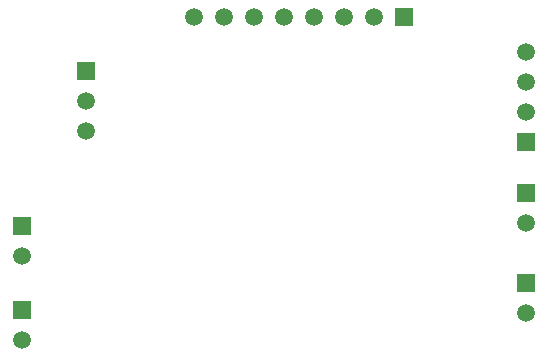
<source format=gbr>
%TF.GenerationSoftware,Altium Limited,Altium Designer,22.9.1 (49)*%
G04 Layer_Color=255*
%FSLAX45Y45*%
%MOMM*%
%TF.SameCoordinates,B14F6F0A-716E-4177-8A15-EB0EAC97BD69*%
%TF.FilePolarity,Positive*%
%TF.FileFunction,Pads,Bot*%
%TF.Part,Single*%
G01*
G75*
%TA.AperFunction,ComponentPad*%
%ADD17R,1.50000X1.50000*%
%ADD18C,1.50000*%
%ADD19R,1.50000X1.50000*%
D17*
X825500Y3314700D02*
D03*
X4546600Y1524000D02*
D03*
Y2286000D02*
D03*
X279400Y2006600D02*
D03*
Y1295400D02*
D03*
X4546600Y2717800D02*
D03*
D18*
X825500Y3060700D02*
D03*
Y2806700D02*
D03*
X4546600Y1270000D02*
D03*
Y2032000D02*
D03*
X279400Y1752600D02*
D03*
Y1041400D02*
D03*
X3263900Y3771900D02*
D03*
X3009900D02*
D03*
X2755900D02*
D03*
X2501900D02*
D03*
X2247900D02*
D03*
X1993900D02*
D03*
X1739900D02*
D03*
X4546600Y3479800D02*
D03*
Y3225800D02*
D03*
Y2971800D02*
D03*
D19*
X3517900Y3771900D02*
D03*
%TF.MD5,fe931f4b88977ceafb84dd3cbccbcaf3*%
M02*

</source>
